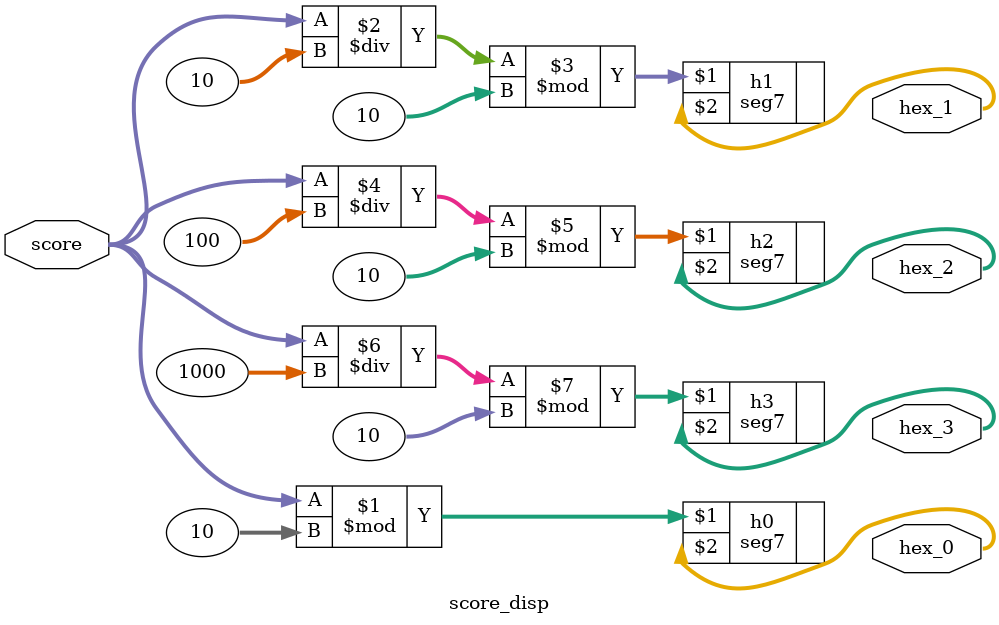
<source format=v>
module score_disp(
	input [12:0] score,
	output [6:0] hex_0,
	output [6:0] hex_1,
	output [6:0] hex_2,
	output [6:0] hex_3
);

seg7 h0(score%10,hex_0);
seg7 h1(score/10%10,hex_1);
seg7 h2(score/100%10,hex_2);
seg7 h3(score/1000%10,hex_3);

endmodule
</source>
